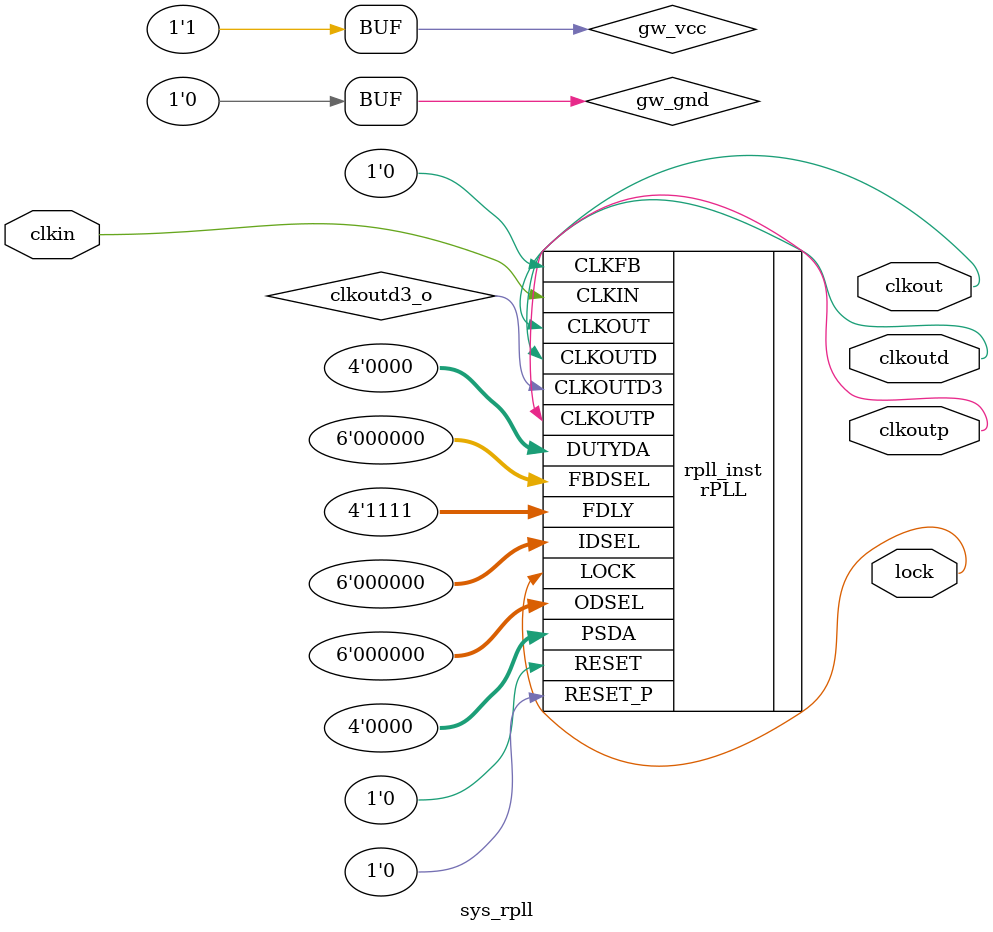
<source format=v>

module sys_rpll (clkout, lock, clkoutp, clkoutd, clkin);

output clkout;
output lock;
output clkoutp;
output clkoutd;
input clkin;

wire clkoutd3_o;
wire gw_vcc;
wire gw_gnd;

assign gw_vcc = 1'b1;
assign gw_gnd = 1'b0;

rPLL rpll_inst (
    .CLKOUT(clkout),
    .LOCK(lock),
    .CLKOUTP(clkoutp),
    .CLKOUTD(clkoutd),
    .CLKOUTD3(clkoutd3_o),
    .RESET(gw_gnd),
    .RESET_P(gw_gnd),
    .CLKIN(clkin),
    .CLKFB(gw_gnd),
    .FBDSEL({gw_gnd,gw_gnd,gw_gnd,gw_gnd,gw_gnd,gw_gnd}),
    .IDSEL({gw_gnd,gw_gnd,gw_gnd,gw_gnd,gw_gnd,gw_gnd}),
    .ODSEL({gw_gnd,gw_gnd,gw_gnd,gw_gnd,gw_gnd,gw_gnd}),
    .PSDA({gw_gnd,gw_gnd,gw_gnd,gw_gnd}),
    .DUTYDA({gw_gnd,gw_gnd,gw_gnd,gw_gnd}),
    .FDLY({gw_vcc,gw_vcc,gw_vcc,gw_vcc})
);

defparam rpll_inst.FCLKIN = "27";
defparam rpll_inst.DYN_IDIV_SEL = "false";
defparam rpll_inst.IDIV_SEL = 6;
defparam rpll_inst.DYN_FBDIV_SEL = "false";
defparam rpll_inst.FBDIV_SEL = 12;
defparam rpll_inst.DYN_ODIV_SEL = "false";
defparam rpll_inst.ODIV_SEL = 16;
defparam rpll_inst.PSDA_SEL = "0100";
defparam rpll_inst.DYN_DA_EN = "false";
defparam rpll_inst.DUTYDA_SEL = "1000";
defparam rpll_inst.CLKOUT_FT_DIR = 1'b1;
defparam rpll_inst.CLKOUTP_FT_DIR = 1'b1;
defparam rpll_inst.CLKOUT_DLY_STEP = 0;
defparam rpll_inst.CLKOUTP_DLY_STEP = 0;
defparam rpll_inst.CLKFB_SEL = "internal";
defparam rpll_inst.CLKOUT_BYPASS = "false";
defparam rpll_inst.CLKOUTP_BYPASS = "false";
defparam rpll_inst.CLKOUTD_BYPASS = "false";
defparam rpll_inst.DYN_SDIV_SEL = 12;
defparam rpll_inst.CLKOUTD_SRC = "CLKOUT";
defparam rpll_inst.CLKOUTD3_SRC = "CLKOUT";
defparam rpll_inst.DEVICE = "GW2AR-18C";

endmodule //sys_rpll

</source>
